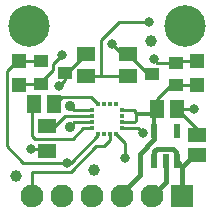
<source format=gbr>
G04 EAGLE Gerber RS-274X export*
G75*
%MOMM*%
%FSLAX34Y34*%
%LPD*%
%INTop Copper*%
%IPPOS*%
%AMOC8*
5,1,8,0,0,1.08239X$1,22.5*%
G01*
%ADD10R,0.450000X0.300000*%
%ADD11R,0.300000X0.450000*%
%ADD12R,1.500000X1.200000*%
%ADD13R,1.300000X1.500000*%
%ADD14C,3.516000*%
%ADD15C,1.000000*%
%ADD16R,1.500000X1.300000*%
%ADD17R,0.550000X1.200000*%
%ADD18R,1.300000X1.200000*%
%ADD19R,1.200000X1.000000*%
%ADD20R,1.930400X1.930400*%
%ADD21C,1.930400*%
%ADD22C,0.254000*%
%ADD23C,0.906400*%
%ADD24C,0.800100*%
%ADD25C,0.406400*%
%ADD26C,0.304800*%


D10*
X101650Y81400D03*
X101650Y86400D03*
X101650Y91400D03*
X101650Y96400D03*
D11*
X96400Y101650D03*
X91400Y101650D03*
X86400Y101650D03*
X81400Y101650D03*
D10*
X76150Y96400D03*
X76150Y91400D03*
X76150Y86400D03*
X76150Y81400D03*
D11*
X81400Y76150D03*
X86400Y76150D03*
X91400Y76150D03*
X96400Y76150D03*
D12*
X38100Y82890D03*
X38100Y61890D03*
D13*
X131200Y97790D03*
X148200Y97790D03*
D14*
X22860Y167640D03*
X154940Y167640D03*
D15*
X11430Y40640D03*
X125730Y154940D03*
D13*
X27060Y101600D03*
X44060Y101600D03*
D16*
X165100Y58810D03*
X165100Y75810D03*
D17*
X128930Y53039D03*
X138430Y53039D03*
X147930Y53039D03*
X147930Y79041D03*
X128930Y79041D03*
D18*
X165100Y138430D03*
X165100Y118110D03*
X13970Y118110D03*
X13970Y138430D03*
D16*
X106680Y144120D03*
X106680Y125120D03*
X71120Y144120D03*
X71120Y125120D03*
D19*
X127160Y127000D03*
X147160Y136500D03*
X147160Y117500D03*
X53180Y128270D03*
X33180Y118770D03*
X33180Y137770D03*
D20*
X152400Y24130D03*
D21*
X127000Y24130D03*
X101600Y24130D03*
X76200Y24130D03*
X50800Y24130D03*
X25400Y24130D03*
D15*
X77470Y45720D03*
D22*
X76150Y81400D02*
X68700Y81400D01*
X59690Y72390D01*
X27940Y72390D01*
X25400Y74930D01*
X25400Y99940D01*
X27060Y101600D01*
X75100Y107950D02*
X81400Y101650D01*
X75100Y107950D02*
X50800Y107950D01*
X44450Y101600D01*
X44060Y101600D01*
X53300Y91400D02*
X76150Y91400D01*
X53300Y91400D02*
X44790Y82890D01*
X38100Y82890D01*
D23*
X57150Y99695D03*
X57150Y82550D03*
D22*
X61000Y86400D02*
X76150Y86400D01*
X57785Y99695D02*
X57150Y99695D01*
X57785Y99695D02*
X60960Y96520D01*
X61000Y86400D02*
X57150Y82550D01*
X165100Y80890D02*
X165100Y75810D01*
X165100Y80890D02*
X148200Y97790D01*
X162560Y97790D01*
D24*
X162560Y97790D03*
X24130Y63500D03*
D25*
X138430Y53039D02*
X138430Y35560D01*
X127000Y24130D01*
D22*
X76150Y96400D02*
X76030Y96520D01*
X60960Y96520D01*
X36490Y63500D02*
X24130Y63500D01*
X36490Y63500D02*
X38100Y61890D01*
X79970Y66000D02*
X86320Y66000D01*
X79970Y66000D02*
X58420Y44450D01*
X25400Y44450D01*
X25400Y24130D01*
X91400Y71080D02*
X91400Y76150D01*
X91400Y71080D02*
X86320Y66000D01*
X147160Y136500D02*
X149090Y138430D01*
X165100Y138430D01*
X96400Y76150D02*
X104140Y68410D01*
X104140Y55880D01*
D24*
X104140Y55880D03*
X128270Y139700D03*
D22*
X131470Y136500D01*
X147160Y136500D01*
X43180Y135890D02*
X43180Y130040D01*
X43180Y135890D02*
X50800Y143510D01*
D24*
X50800Y143510D03*
X119380Y77470D03*
D22*
X115450Y81400D01*
X101650Y81400D01*
X43180Y130040D02*
X33180Y120040D01*
X33180Y118770D01*
X14630Y118770D02*
X13970Y118110D01*
X14630Y118770D02*
X33180Y118770D01*
X101650Y86400D02*
X111800Y86400D01*
X113030Y87630D02*
X113030Y93980D01*
X113030Y95250D01*
X111880Y96400D01*
X101650Y96400D01*
X111800Y86400D02*
X113030Y87630D01*
X147160Y117500D02*
X147770Y118110D01*
X165100Y118110D01*
X131200Y105800D02*
X131200Y97790D01*
X131200Y105800D02*
X142240Y116840D01*
X146500Y116840D01*
X147160Y117500D01*
D25*
X128930Y79041D02*
X128930Y71780D01*
X116840Y59690D01*
D26*
X128930Y79041D02*
X128930Y92980D01*
X114030Y92980D01*
X113030Y93980D01*
D22*
X81400Y76150D02*
X81400Y75050D01*
X58420Y52070D01*
X54610Y52070D01*
D24*
X54610Y52070D03*
D25*
X116840Y59690D02*
X116840Y41910D01*
X101600Y26670D01*
X101600Y24130D01*
D22*
X3810Y66040D02*
X3810Y129540D01*
X3810Y66040D02*
X17780Y52070D01*
X54610Y52070D01*
X3810Y129540D02*
X12700Y138430D01*
X13970Y138430D01*
X14630Y137770D01*
X33180Y137770D01*
X128930Y95520D02*
X128930Y92980D01*
X128930Y95520D02*
X131200Y97790D01*
D24*
X92710Y152400D03*
D22*
X100330Y144780D01*
X106020Y144780D01*
X106680Y144120D01*
X123800Y127000D02*
X127160Y127000D01*
X123800Y127000D02*
X106680Y144120D01*
D24*
X48260Y116840D03*
D22*
X53180Y121760D02*
X53180Y128270D01*
X53180Y121760D02*
X48260Y116840D01*
X53180Y128270D02*
X55270Y128270D01*
X71120Y144120D01*
D25*
X147930Y53039D02*
X152400Y48569D01*
X152400Y24130D01*
X162560Y58420D02*
X162950Y58810D01*
X152400Y48650D02*
X152400Y48569D01*
X128930Y53039D02*
X128930Y61620D01*
X130810Y63500D01*
X144780Y63500D01*
X147320Y60960D01*
X147320Y53649D01*
X147930Y53039D01*
D22*
X83820Y125730D02*
X83820Y156210D01*
X99060Y171450D01*
X124460Y171450D01*
D24*
X124460Y171450D03*
D22*
X83210Y125120D02*
X71120Y125120D01*
X83210Y125120D02*
X83820Y125730D01*
X84430Y125120D02*
X106680Y125120D01*
X84430Y125120D02*
X83820Y125730D01*
D25*
X152400Y48650D02*
X162560Y58810D01*
X162950Y58810D01*
X165100Y58810D01*
M02*

</source>
